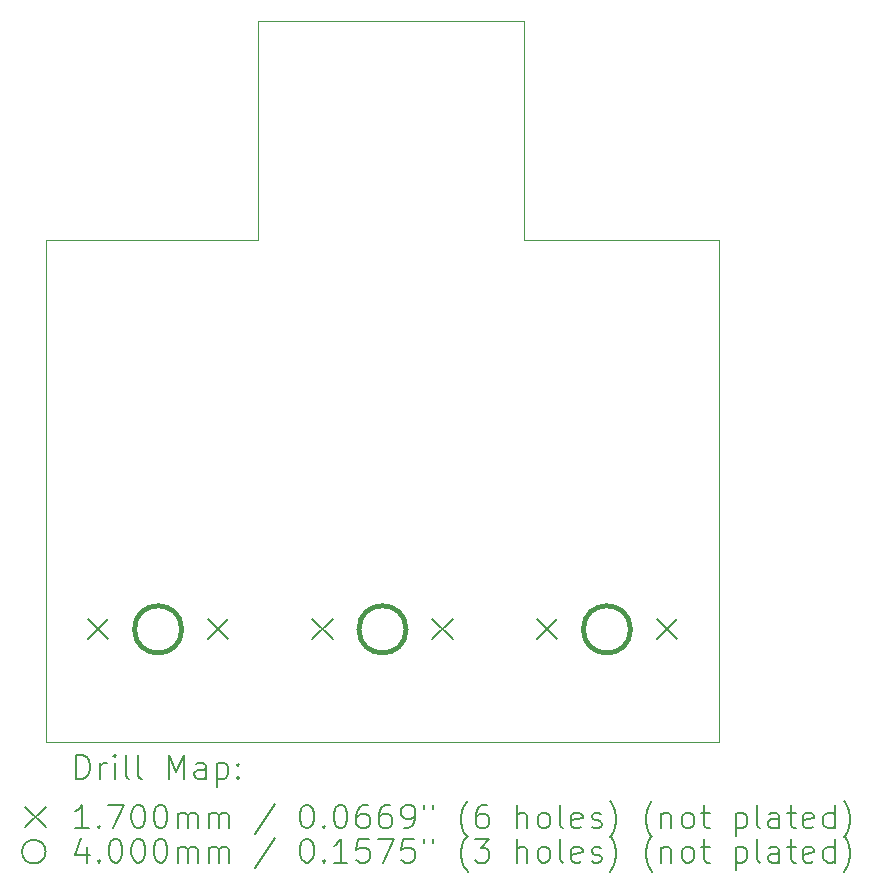
<source format=gbr>
%TF.GenerationSoftware,KiCad,Pcbnew,8.0.5*%
%TF.CreationDate,2024-10-21T21:34:44-05:00*%
%TF.ProjectId,macropad,6d616372-6f70-4616-942e-6b696361645f,rev?*%
%TF.SameCoordinates,Original*%
%TF.FileFunction,Drillmap*%
%TF.FilePolarity,Positive*%
%FSLAX45Y45*%
G04 Gerber Fmt 4.5, Leading zero omitted, Abs format (unit mm)*
G04 Created by KiCad (PCBNEW 8.0.5) date 2024-10-21 21:34:44*
%MOMM*%
%LPD*%
G01*
G04 APERTURE LIST*
%ADD10C,0.050000*%
%ADD11C,0.200000*%
%ADD12C,0.170000*%
%ADD13C,0.400000*%
G04 APERTURE END LIST*
D10*
X16850000Y-11400000D02*
X16850000Y-7150000D01*
X12950000Y-5300000D02*
X12950000Y-7150000D01*
X11150000Y-11400000D02*
X11150000Y-7150000D01*
X12950000Y-7150000D02*
X11150000Y-7150000D01*
X15200000Y-7150000D02*
X15200000Y-5300000D01*
X16850000Y-7150000D02*
X15200000Y-7150000D01*
X15200000Y-5300000D02*
X12950000Y-5300000D01*
X11150000Y-11400000D02*
X16850000Y-11400000D01*
D11*
D12*
X11507000Y-10365000D02*
X11677000Y-10535000D01*
X11677000Y-10365000D02*
X11507000Y-10535000D01*
X12523000Y-10365000D02*
X12693000Y-10535000D01*
X12693000Y-10365000D02*
X12523000Y-10535000D01*
X13407000Y-10365000D02*
X13577000Y-10535000D01*
X13577000Y-10365000D02*
X13407000Y-10535000D01*
X14423000Y-10365000D02*
X14593000Y-10535000D01*
X14593000Y-10365000D02*
X14423000Y-10535000D01*
X15307000Y-10365000D02*
X15477000Y-10535000D01*
X15477000Y-10365000D02*
X15307000Y-10535000D01*
X16323000Y-10365000D02*
X16493000Y-10535000D01*
X16493000Y-10365000D02*
X16323000Y-10535000D01*
D13*
X12300000Y-10450000D02*
G75*
G02*
X11900000Y-10450000I-200000J0D01*
G01*
X11900000Y-10450000D02*
G75*
G02*
X12300000Y-10450000I200000J0D01*
G01*
X14200000Y-10450000D02*
G75*
G02*
X13800000Y-10450000I-200000J0D01*
G01*
X13800000Y-10450000D02*
G75*
G02*
X14200000Y-10450000I200000J0D01*
G01*
X16100000Y-10450000D02*
G75*
G02*
X15700000Y-10450000I-200000J0D01*
G01*
X15700000Y-10450000D02*
G75*
G02*
X16100000Y-10450000I200000J0D01*
G01*
D11*
X11408277Y-11713984D02*
X11408277Y-11513984D01*
X11408277Y-11513984D02*
X11455896Y-11513984D01*
X11455896Y-11513984D02*
X11484467Y-11523508D01*
X11484467Y-11523508D02*
X11503515Y-11542555D01*
X11503515Y-11542555D02*
X11513039Y-11561603D01*
X11513039Y-11561603D02*
X11522562Y-11599698D01*
X11522562Y-11599698D02*
X11522562Y-11628269D01*
X11522562Y-11628269D02*
X11513039Y-11666365D01*
X11513039Y-11666365D02*
X11503515Y-11685412D01*
X11503515Y-11685412D02*
X11484467Y-11704460D01*
X11484467Y-11704460D02*
X11455896Y-11713984D01*
X11455896Y-11713984D02*
X11408277Y-11713984D01*
X11608277Y-11713984D02*
X11608277Y-11580650D01*
X11608277Y-11618746D02*
X11617801Y-11599698D01*
X11617801Y-11599698D02*
X11627324Y-11590174D01*
X11627324Y-11590174D02*
X11646372Y-11580650D01*
X11646372Y-11580650D02*
X11665420Y-11580650D01*
X11732086Y-11713984D02*
X11732086Y-11580650D01*
X11732086Y-11513984D02*
X11722562Y-11523508D01*
X11722562Y-11523508D02*
X11732086Y-11533031D01*
X11732086Y-11533031D02*
X11741610Y-11523508D01*
X11741610Y-11523508D02*
X11732086Y-11513984D01*
X11732086Y-11513984D02*
X11732086Y-11533031D01*
X11855896Y-11713984D02*
X11836848Y-11704460D01*
X11836848Y-11704460D02*
X11827324Y-11685412D01*
X11827324Y-11685412D02*
X11827324Y-11513984D01*
X11960658Y-11713984D02*
X11941610Y-11704460D01*
X11941610Y-11704460D02*
X11932086Y-11685412D01*
X11932086Y-11685412D02*
X11932086Y-11513984D01*
X12189229Y-11713984D02*
X12189229Y-11513984D01*
X12189229Y-11513984D02*
X12255896Y-11656841D01*
X12255896Y-11656841D02*
X12322562Y-11513984D01*
X12322562Y-11513984D02*
X12322562Y-11713984D01*
X12503515Y-11713984D02*
X12503515Y-11609222D01*
X12503515Y-11609222D02*
X12493991Y-11590174D01*
X12493991Y-11590174D02*
X12474943Y-11580650D01*
X12474943Y-11580650D02*
X12436848Y-11580650D01*
X12436848Y-11580650D02*
X12417801Y-11590174D01*
X12503515Y-11704460D02*
X12484467Y-11713984D01*
X12484467Y-11713984D02*
X12436848Y-11713984D01*
X12436848Y-11713984D02*
X12417801Y-11704460D01*
X12417801Y-11704460D02*
X12408277Y-11685412D01*
X12408277Y-11685412D02*
X12408277Y-11666365D01*
X12408277Y-11666365D02*
X12417801Y-11647317D01*
X12417801Y-11647317D02*
X12436848Y-11637793D01*
X12436848Y-11637793D02*
X12484467Y-11637793D01*
X12484467Y-11637793D02*
X12503515Y-11628269D01*
X12598753Y-11580650D02*
X12598753Y-11780650D01*
X12598753Y-11590174D02*
X12617801Y-11580650D01*
X12617801Y-11580650D02*
X12655896Y-11580650D01*
X12655896Y-11580650D02*
X12674943Y-11590174D01*
X12674943Y-11590174D02*
X12684467Y-11599698D01*
X12684467Y-11599698D02*
X12693991Y-11618746D01*
X12693991Y-11618746D02*
X12693991Y-11675888D01*
X12693991Y-11675888D02*
X12684467Y-11694936D01*
X12684467Y-11694936D02*
X12674943Y-11704460D01*
X12674943Y-11704460D02*
X12655896Y-11713984D01*
X12655896Y-11713984D02*
X12617801Y-11713984D01*
X12617801Y-11713984D02*
X12598753Y-11704460D01*
X12779705Y-11694936D02*
X12789229Y-11704460D01*
X12789229Y-11704460D02*
X12779705Y-11713984D01*
X12779705Y-11713984D02*
X12770182Y-11704460D01*
X12770182Y-11704460D02*
X12779705Y-11694936D01*
X12779705Y-11694936D02*
X12779705Y-11713984D01*
X12779705Y-11590174D02*
X12789229Y-11599698D01*
X12789229Y-11599698D02*
X12779705Y-11609222D01*
X12779705Y-11609222D02*
X12770182Y-11599698D01*
X12770182Y-11599698D02*
X12779705Y-11590174D01*
X12779705Y-11590174D02*
X12779705Y-11609222D01*
D12*
X10977500Y-11957500D02*
X11147500Y-12127500D01*
X11147500Y-11957500D02*
X10977500Y-12127500D01*
D11*
X11513039Y-12133984D02*
X11398753Y-12133984D01*
X11455896Y-12133984D02*
X11455896Y-11933984D01*
X11455896Y-11933984D02*
X11436848Y-11962555D01*
X11436848Y-11962555D02*
X11417801Y-11981603D01*
X11417801Y-11981603D02*
X11398753Y-11991127D01*
X11598753Y-12114936D02*
X11608277Y-12124460D01*
X11608277Y-12124460D02*
X11598753Y-12133984D01*
X11598753Y-12133984D02*
X11589229Y-12124460D01*
X11589229Y-12124460D02*
X11598753Y-12114936D01*
X11598753Y-12114936D02*
X11598753Y-12133984D01*
X11674943Y-11933984D02*
X11808277Y-11933984D01*
X11808277Y-11933984D02*
X11722562Y-12133984D01*
X11922562Y-11933984D02*
X11941610Y-11933984D01*
X11941610Y-11933984D02*
X11960658Y-11943508D01*
X11960658Y-11943508D02*
X11970182Y-11953031D01*
X11970182Y-11953031D02*
X11979705Y-11972079D01*
X11979705Y-11972079D02*
X11989229Y-12010174D01*
X11989229Y-12010174D02*
X11989229Y-12057793D01*
X11989229Y-12057793D02*
X11979705Y-12095888D01*
X11979705Y-12095888D02*
X11970182Y-12114936D01*
X11970182Y-12114936D02*
X11960658Y-12124460D01*
X11960658Y-12124460D02*
X11941610Y-12133984D01*
X11941610Y-12133984D02*
X11922562Y-12133984D01*
X11922562Y-12133984D02*
X11903515Y-12124460D01*
X11903515Y-12124460D02*
X11893991Y-12114936D01*
X11893991Y-12114936D02*
X11884467Y-12095888D01*
X11884467Y-12095888D02*
X11874943Y-12057793D01*
X11874943Y-12057793D02*
X11874943Y-12010174D01*
X11874943Y-12010174D02*
X11884467Y-11972079D01*
X11884467Y-11972079D02*
X11893991Y-11953031D01*
X11893991Y-11953031D02*
X11903515Y-11943508D01*
X11903515Y-11943508D02*
X11922562Y-11933984D01*
X12113039Y-11933984D02*
X12132086Y-11933984D01*
X12132086Y-11933984D02*
X12151134Y-11943508D01*
X12151134Y-11943508D02*
X12160658Y-11953031D01*
X12160658Y-11953031D02*
X12170182Y-11972079D01*
X12170182Y-11972079D02*
X12179705Y-12010174D01*
X12179705Y-12010174D02*
X12179705Y-12057793D01*
X12179705Y-12057793D02*
X12170182Y-12095888D01*
X12170182Y-12095888D02*
X12160658Y-12114936D01*
X12160658Y-12114936D02*
X12151134Y-12124460D01*
X12151134Y-12124460D02*
X12132086Y-12133984D01*
X12132086Y-12133984D02*
X12113039Y-12133984D01*
X12113039Y-12133984D02*
X12093991Y-12124460D01*
X12093991Y-12124460D02*
X12084467Y-12114936D01*
X12084467Y-12114936D02*
X12074943Y-12095888D01*
X12074943Y-12095888D02*
X12065420Y-12057793D01*
X12065420Y-12057793D02*
X12065420Y-12010174D01*
X12065420Y-12010174D02*
X12074943Y-11972079D01*
X12074943Y-11972079D02*
X12084467Y-11953031D01*
X12084467Y-11953031D02*
X12093991Y-11943508D01*
X12093991Y-11943508D02*
X12113039Y-11933984D01*
X12265420Y-12133984D02*
X12265420Y-12000650D01*
X12265420Y-12019698D02*
X12274943Y-12010174D01*
X12274943Y-12010174D02*
X12293991Y-12000650D01*
X12293991Y-12000650D02*
X12322563Y-12000650D01*
X12322563Y-12000650D02*
X12341610Y-12010174D01*
X12341610Y-12010174D02*
X12351134Y-12029222D01*
X12351134Y-12029222D02*
X12351134Y-12133984D01*
X12351134Y-12029222D02*
X12360658Y-12010174D01*
X12360658Y-12010174D02*
X12379705Y-12000650D01*
X12379705Y-12000650D02*
X12408277Y-12000650D01*
X12408277Y-12000650D02*
X12427324Y-12010174D01*
X12427324Y-12010174D02*
X12436848Y-12029222D01*
X12436848Y-12029222D02*
X12436848Y-12133984D01*
X12532086Y-12133984D02*
X12532086Y-12000650D01*
X12532086Y-12019698D02*
X12541610Y-12010174D01*
X12541610Y-12010174D02*
X12560658Y-12000650D01*
X12560658Y-12000650D02*
X12589229Y-12000650D01*
X12589229Y-12000650D02*
X12608277Y-12010174D01*
X12608277Y-12010174D02*
X12617801Y-12029222D01*
X12617801Y-12029222D02*
X12617801Y-12133984D01*
X12617801Y-12029222D02*
X12627324Y-12010174D01*
X12627324Y-12010174D02*
X12646372Y-12000650D01*
X12646372Y-12000650D02*
X12674943Y-12000650D01*
X12674943Y-12000650D02*
X12693991Y-12010174D01*
X12693991Y-12010174D02*
X12703515Y-12029222D01*
X12703515Y-12029222D02*
X12703515Y-12133984D01*
X13093991Y-11924460D02*
X12922563Y-12181603D01*
X13351134Y-11933984D02*
X13370182Y-11933984D01*
X13370182Y-11933984D02*
X13389229Y-11943508D01*
X13389229Y-11943508D02*
X13398753Y-11953031D01*
X13398753Y-11953031D02*
X13408277Y-11972079D01*
X13408277Y-11972079D02*
X13417801Y-12010174D01*
X13417801Y-12010174D02*
X13417801Y-12057793D01*
X13417801Y-12057793D02*
X13408277Y-12095888D01*
X13408277Y-12095888D02*
X13398753Y-12114936D01*
X13398753Y-12114936D02*
X13389229Y-12124460D01*
X13389229Y-12124460D02*
X13370182Y-12133984D01*
X13370182Y-12133984D02*
X13351134Y-12133984D01*
X13351134Y-12133984D02*
X13332086Y-12124460D01*
X13332086Y-12124460D02*
X13322563Y-12114936D01*
X13322563Y-12114936D02*
X13313039Y-12095888D01*
X13313039Y-12095888D02*
X13303515Y-12057793D01*
X13303515Y-12057793D02*
X13303515Y-12010174D01*
X13303515Y-12010174D02*
X13313039Y-11972079D01*
X13313039Y-11972079D02*
X13322563Y-11953031D01*
X13322563Y-11953031D02*
X13332086Y-11943508D01*
X13332086Y-11943508D02*
X13351134Y-11933984D01*
X13503515Y-12114936D02*
X13513039Y-12124460D01*
X13513039Y-12124460D02*
X13503515Y-12133984D01*
X13503515Y-12133984D02*
X13493991Y-12124460D01*
X13493991Y-12124460D02*
X13503515Y-12114936D01*
X13503515Y-12114936D02*
X13503515Y-12133984D01*
X13636848Y-11933984D02*
X13655896Y-11933984D01*
X13655896Y-11933984D02*
X13674944Y-11943508D01*
X13674944Y-11943508D02*
X13684467Y-11953031D01*
X13684467Y-11953031D02*
X13693991Y-11972079D01*
X13693991Y-11972079D02*
X13703515Y-12010174D01*
X13703515Y-12010174D02*
X13703515Y-12057793D01*
X13703515Y-12057793D02*
X13693991Y-12095888D01*
X13693991Y-12095888D02*
X13684467Y-12114936D01*
X13684467Y-12114936D02*
X13674944Y-12124460D01*
X13674944Y-12124460D02*
X13655896Y-12133984D01*
X13655896Y-12133984D02*
X13636848Y-12133984D01*
X13636848Y-12133984D02*
X13617801Y-12124460D01*
X13617801Y-12124460D02*
X13608277Y-12114936D01*
X13608277Y-12114936D02*
X13598753Y-12095888D01*
X13598753Y-12095888D02*
X13589229Y-12057793D01*
X13589229Y-12057793D02*
X13589229Y-12010174D01*
X13589229Y-12010174D02*
X13598753Y-11972079D01*
X13598753Y-11972079D02*
X13608277Y-11953031D01*
X13608277Y-11953031D02*
X13617801Y-11943508D01*
X13617801Y-11943508D02*
X13636848Y-11933984D01*
X13874944Y-11933984D02*
X13836848Y-11933984D01*
X13836848Y-11933984D02*
X13817801Y-11943508D01*
X13817801Y-11943508D02*
X13808277Y-11953031D01*
X13808277Y-11953031D02*
X13789229Y-11981603D01*
X13789229Y-11981603D02*
X13779706Y-12019698D01*
X13779706Y-12019698D02*
X13779706Y-12095888D01*
X13779706Y-12095888D02*
X13789229Y-12114936D01*
X13789229Y-12114936D02*
X13798753Y-12124460D01*
X13798753Y-12124460D02*
X13817801Y-12133984D01*
X13817801Y-12133984D02*
X13855896Y-12133984D01*
X13855896Y-12133984D02*
X13874944Y-12124460D01*
X13874944Y-12124460D02*
X13884467Y-12114936D01*
X13884467Y-12114936D02*
X13893991Y-12095888D01*
X13893991Y-12095888D02*
X13893991Y-12048269D01*
X13893991Y-12048269D02*
X13884467Y-12029222D01*
X13884467Y-12029222D02*
X13874944Y-12019698D01*
X13874944Y-12019698D02*
X13855896Y-12010174D01*
X13855896Y-12010174D02*
X13817801Y-12010174D01*
X13817801Y-12010174D02*
X13798753Y-12019698D01*
X13798753Y-12019698D02*
X13789229Y-12029222D01*
X13789229Y-12029222D02*
X13779706Y-12048269D01*
X14065420Y-11933984D02*
X14027325Y-11933984D01*
X14027325Y-11933984D02*
X14008277Y-11943508D01*
X14008277Y-11943508D02*
X13998753Y-11953031D01*
X13998753Y-11953031D02*
X13979706Y-11981603D01*
X13979706Y-11981603D02*
X13970182Y-12019698D01*
X13970182Y-12019698D02*
X13970182Y-12095888D01*
X13970182Y-12095888D02*
X13979706Y-12114936D01*
X13979706Y-12114936D02*
X13989229Y-12124460D01*
X13989229Y-12124460D02*
X14008277Y-12133984D01*
X14008277Y-12133984D02*
X14046372Y-12133984D01*
X14046372Y-12133984D02*
X14065420Y-12124460D01*
X14065420Y-12124460D02*
X14074944Y-12114936D01*
X14074944Y-12114936D02*
X14084467Y-12095888D01*
X14084467Y-12095888D02*
X14084467Y-12048269D01*
X14084467Y-12048269D02*
X14074944Y-12029222D01*
X14074944Y-12029222D02*
X14065420Y-12019698D01*
X14065420Y-12019698D02*
X14046372Y-12010174D01*
X14046372Y-12010174D02*
X14008277Y-12010174D01*
X14008277Y-12010174D02*
X13989229Y-12019698D01*
X13989229Y-12019698D02*
X13979706Y-12029222D01*
X13979706Y-12029222D02*
X13970182Y-12048269D01*
X14179706Y-12133984D02*
X14217801Y-12133984D01*
X14217801Y-12133984D02*
X14236848Y-12124460D01*
X14236848Y-12124460D02*
X14246372Y-12114936D01*
X14246372Y-12114936D02*
X14265420Y-12086365D01*
X14265420Y-12086365D02*
X14274944Y-12048269D01*
X14274944Y-12048269D02*
X14274944Y-11972079D01*
X14274944Y-11972079D02*
X14265420Y-11953031D01*
X14265420Y-11953031D02*
X14255896Y-11943508D01*
X14255896Y-11943508D02*
X14236848Y-11933984D01*
X14236848Y-11933984D02*
X14198753Y-11933984D01*
X14198753Y-11933984D02*
X14179706Y-11943508D01*
X14179706Y-11943508D02*
X14170182Y-11953031D01*
X14170182Y-11953031D02*
X14160658Y-11972079D01*
X14160658Y-11972079D02*
X14160658Y-12019698D01*
X14160658Y-12019698D02*
X14170182Y-12038746D01*
X14170182Y-12038746D02*
X14179706Y-12048269D01*
X14179706Y-12048269D02*
X14198753Y-12057793D01*
X14198753Y-12057793D02*
X14236848Y-12057793D01*
X14236848Y-12057793D02*
X14255896Y-12048269D01*
X14255896Y-12048269D02*
X14265420Y-12038746D01*
X14265420Y-12038746D02*
X14274944Y-12019698D01*
X14351134Y-11933984D02*
X14351134Y-11972079D01*
X14427325Y-11933984D02*
X14427325Y-11972079D01*
X14722563Y-12210174D02*
X14713039Y-12200650D01*
X14713039Y-12200650D02*
X14693991Y-12172079D01*
X14693991Y-12172079D02*
X14684468Y-12153031D01*
X14684468Y-12153031D02*
X14674944Y-12124460D01*
X14674944Y-12124460D02*
X14665420Y-12076841D01*
X14665420Y-12076841D02*
X14665420Y-12038746D01*
X14665420Y-12038746D02*
X14674944Y-11991127D01*
X14674944Y-11991127D02*
X14684468Y-11962555D01*
X14684468Y-11962555D02*
X14693991Y-11943508D01*
X14693991Y-11943508D02*
X14713039Y-11914936D01*
X14713039Y-11914936D02*
X14722563Y-11905412D01*
X14884468Y-11933984D02*
X14846372Y-11933984D01*
X14846372Y-11933984D02*
X14827325Y-11943508D01*
X14827325Y-11943508D02*
X14817801Y-11953031D01*
X14817801Y-11953031D02*
X14798753Y-11981603D01*
X14798753Y-11981603D02*
X14789229Y-12019698D01*
X14789229Y-12019698D02*
X14789229Y-12095888D01*
X14789229Y-12095888D02*
X14798753Y-12114936D01*
X14798753Y-12114936D02*
X14808277Y-12124460D01*
X14808277Y-12124460D02*
X14827325Y-12133984D01*
X14827325Y-12133984D02*
X14865420Y-12133984D01*
X14865420Y-12133984D02*
X14884468Y-12124460D01*
X14884468Y-12124460D02*
X14893991Y-12114936D01*
X14893991Y-12114936D02*
X14903515Y-12095888D01*
X14903515Y-12095888D02*
X14903515Y-12048269D01*
X14903515Y-12048269D02*
X14893991Y-12029222D01*
X14893991Y-12029222D02*
X14884468Y-12019698D01*
X14884468Y-12019698D02*
X14865420Y-12010174D01*
X14865420Y-12010174D02*
X14827325Y-12010174D01*
X14827325Y-12010174D02*
X14808277Y-12019698D01*
X14808277Y-12019698D02*
X14798753Y-12029222D01*
X14798753Y-12029222D02*
X14789229Y-12048269D01*
X15141610Y-12133984D02*
X15141610Y-11933984D01*
X15227325Y-12133984D02*
X15227325Y-12029222D01*
X15227325Y-12029222D02*
X15217801Y-12010174D01*
X15217801Y-12010174D02*
X15198753Y-12000650D01*
X15198753Y-12000650D02*
X15170182Y-12000650D01*
X15170182Y-12000650D02*
X15151134Y-12010174D01*
X15151134Y-12010174D02*
X15141610Y-12019698D01*
X15351134Y-12133984D02*
X15332087Y-12124460D01*
X15332087Y-12124460D02*
X15322563Y-12114936D01*
X15322563Y-12114936D02*
X15313039Y-12095888D01*
X15313039Y-12095888D02*
X15313039Y-12038746D01*
X15313039Y-12038746D02*
X15322563Y-12019698D01*
X15322563Y-12019698D02*
X15332087Y-12010174D01*
X15332087Y-12010174D02*
X15351134Y-12000650D01*
X15351134Y-12000650D02*
X15379706Y-12000650D01*
X15379706Y-12000650D02*
X15398753Y-12010174D01*
X15398753Y-12010174D02*
X15408277Y-12019698D01*
X15408277Y-12019698D02*
X15417801Y-12038746D01*
X15417801Y-12038746D02*
X15417801Y-12095888D01*
X15417801Y-12095888D02*
X15408277Y-12114936D01*
X15408277Y-12114936D02*
X15398753Y-12124460D01*
X15398753Y-12124460D02*
X15379706Y-12133984D01*
X15379706Y-12133984D02*
X15351134Y-12133984D01*
X15532087Y-12133984D02*
X15513039Y-12124460D01*
X15513039Y-12124460D02*
X15503515Y-12105412D01*
X15503515Y-12105412D02*
X15503515Y-11933984D01*
X15684468Y-12124460D02*
X15665420Y-12133984D01*
X15665420Y-12133984D02*
X15627325Y-12133984D01*
X15627325Y-12133984D02*
X15608277Y-12124460D01*
X15608277Y-12124460D02*
X15598753Y-12105412D01*
X15598753Y-12105412D02*
X15598753Y-12029222D01*
X15598753Y-12029222D02*
X15608277Y-12010174D01*
X15608277Y-12010174D02*
X15627325Y-12000650D01*
X15627325Y-12000650D02*
X15665420Y-12000650D01*
X15665420Y-12000650D02*
X15684468Y-12010174D01*
X15684468Y-12010174D02*
X15693991Y-12029222D01*
X15693991Y-12029222D02*
X15693991Y-12048269D01*
X15693991Y-12048269D02*
X15598753Y-12067317D01*
X15770182Y-12124460D02*
X15789230Y-12133984D01*
X15789230Y-12133984D02*
X15827325Y-12133984D01*
X15827325Y-12133984D02*
X15846372Y-12124460D01*
X15846372Y-12124460D02*
X15855896Y-12105412D01*
X15855896Y-12105412D02*
X15855896Y-12095888D01*
X15855896Y-12095888D02*
X15846372Y-12076841D01*
X15846372Y-12076841D02*
X15827325Y-12067317D01*
X15827325Y-12067317D02*
X15798753Y-12067317D01*
X15798753Y-12067317D02*
X15779706Y-12057793D01*
X15779706Y-12057793D02*
X15770182Y-12038746D01*
X15770182Y-12038746D02*
X15770182Y-12029222D01*
X15770182Y-12029222D02*
X15779706Y-12010174D01*
X15779706Y-12010174D02*
X15798753Y-12000650D01*
X15798753Y-12000650D02*
X15827325Y-12000650D01*
X15827325Y-12000650D02*
X15846372Y-12010174D01*
X15922563Y-12210174D02*
X15932087Y-12200650D01*
X15932087Y-12200650D02*
X15951134Y-12172079D01*
X15951134Y-12172079D02*
X15960658Y-12153031D01*
X15960658Y-12153031D02*
X15970182Y-12124460D01*
X15970182Y-12124460D02*
X15979706Y-12076841D01*
X15979706Y-12076841D02*
X15979706Y-12038746D01*
X15979706Y-12038746D02*
X15970182Y-11991127D01*
X15970182Y-11991127D02*
X15960658Y-11962555D01*
X15960658Y-11962555D02*
X15951134Y-11943508D01*
X15951134Y-11943508D02*
X15932087Y-11914936D01*
X15932087Y-11914936D02*
X15922563Y-11905412D01*
X16284468Y-12210174D02*
X16274944Y-12200650D01*
X16274944Y-12200650D02*
X16255896Y-12172079D01*
X16255896Y-12172079D02*
X16246372Y-12153031D01*
X16246372Y-12153031D02*
X16236849Y-12124460D01*
X16236849Y-12124460D02*
X16227325Y-12076841D01*
X16227325Y-12076841D02*
X16227325Y-12038746D01*
X16227325Y-12038746D02*
X16236849Y-11991127D01*
X16236849Y-11991127D02*
X16246372Y-11962555D01*
X16246372Y-11962555D02*
X16255896Y-11943508D01*
X16255896Y-11943508D02*
X16274944Y-11914936D01*
X16274944Y-11914936D02*
X16284468Y-11905412D01*
X16360658Y-12000650D02*
X16360658Y-12133984D01*
X16360658Y-12019698D02*
X16370182Y-12010174D01*
X16370182Y-12010174D02*
X16389230Y-12000650D01*
X16389230Y-12000650D02*
X16417801Y-12000650D01*
X16417801Y-12000650D02*
X16436849Y-12010174D01*
X16436849Y-12010174D02*
X16446372Y-12029222D01*
X16446372Y-12029222D02*
X16446372Y-12133984D01*
X16570182Y-12133984D02*
X16551134Y-12124460D01*
X16551134Y-12124460D02*
X16541611Y-12114936D01*
X16541611Y-12114936D02*
X16532087Y-12095888D01*
X16532087Y-12095888D02*
X16532087Y-12038746D01*
X16532087Y-12038746D02*
X16541611Y-12019698D01*
X16541611Y-12019698D02*
X16551134Y-12010174D01*
X16551134Y-12010174D02*
X16570182Y-12000650D01*
X16570182Y-12000650D02*
X16598753Y-12000650D01*
X16598753Y-12000650D02*
X16617801Y-12010174D01*
X16617801Y-12010174D02*
X16627325Y-12019698D01*
X16627325Y-12019698D02*
X16636849Y-12038746D01*
X16636849Y-12038746D02*
X16636849Y-12095888D01*
X16636849Y-12095888D02*
X16627325Y-12114936D01*
X16627325Y-12114936D02*
X16617801Y-12124460D01*
X16617801Y-12124460D02*
X16598753Y-12133984D01*
X16598753Y-12133984D02*
X16570182Y-12133984D01*
X16693992Y-12000650D02*
X16770182Y-12000650D01*
X16722563Y-11933984D02*
X16722563Y-12105412D01*
X16722563Y-12105412D02*
X16732087Y-12124460D01*
X16732087Y-12124460D02*
X16751134Y-12133984D01*
X16751134Y-12133984D02*
X16770182Y-12133984D01*
X16989230Y-12000650D02*
X16989230Y-12200650D01*
X16989230Y-12010174D02*
X17008277Y-12000650D01*
X17008277Y-12000650D02*
X17046373Y-12000650D01*
X17046373Y-12000650D02*
X17065420Y-12010174D01*
X17065420Y-12010174D02*
X17074944Y-12019698D01*
X17074944Y-12019698D02*
X17084468Y-12038746D01*
X17084468Y-12038746D02*
X17084468Y-12095888D01*
X17084468Y-12095888D02*
X17074944Y-12114936D01*
X17074944Y-12114936D02*
X17065420Y-12124460D01*
X17065420Y-12124460D02*
X17046373Y-12133984D01*
X17046373Y-12133984D02*
X17008277Y-12133984D01*
X17008277Y-12133984D02*
X16989230Y-12124460D01*
X17198754Y-12133984D02*
X17179706Y-12124460D01*
X17179706Y-12124460D02*
X17170182Y-12105412D01*
X17170182Y-12105412D02*
X17170182Y-11933984D01*
X17360658Y-12133984D02*
X17360658Y-12029222D01*
X17360658Y-12029222D02*
X17351135Y-12010174D01*
X17351135Y-12010174D02*
X17332087Y-12000650D01*
X17332087Y-12000650D02*
X17293992Y-12000650D01*
X17293992Y-12000650D02*
X17274944Y-12010174D01*
X17360658Y-12124460D02*
X17341611Y-12133984D01*
X17341611Y-12133984D02*
X17293992Y-12133984D01*
X17293992Y-12133984D02*
X17274944Y-12124460D01*
X17274944Y-12124460D02*
X17265420Y-12105412D01*
X17265420Y-12105412D02*
X17265420Y-12086365D01*
X17265420Y-12086365D02*
X17274944Y-12067317D01*
X17274944Y-12067317D02*
X17293992Y-12057793D01*
X17293992Y-12057793D02*
X17341611Y-12057793D01*
X17341611Y-12057793D02*
X17360658Y-12048269D01*
X17427325Y-12000650D02*
X17503515Y-12000650D01*
X17455896Y-11933984D02*
X17455896Y-12105412D01*
X17455896Y-12105412D02*
X17465420Y-12124460D01*
X17465420Y-12124460D02*
X17484468Y-12133984D01*
X17484468Y-12133984D02*
X17503515Y-12133984D01*
X17646373Y-12124460D02*
X17627325Y-12133984D01*
X17627325Y-12133984D02*
X17589230Y-12133984D01*
X17589230Y-12133984D02*
X17570182Y-12124460D01*
X17570182Y-12124460D02*
X17560658Y-12105412D01*
X17560658Y-12105412D02*
X17560658Y-12029222D01*
X17560658Y-12029222D02*
X17570182Y-12010174D01*
X17570182Y-12010174D02*
X17589230Y-12000650D01*
X17589230Y-12000650D02*
X17627325Y-12000650D01*
X17627325Y-12000650D02*
X17646373Y-12010174D01*
X17646373Y-12010174D02*
X17655896Y-12029222D01*
X17655896Y-12029222D02*
X17655896Y-12048269D01*
X17655896Y-12048269D02*
X17560658Y-12067317D01*
X17827325Y-12133984D02*
X17827325Y-11933984D01*
X17827325Y-12124460D02*
X17808277Y-12133984D01*
X17808277Y-12133984D02*
X17770182Y-12133984D01*
X17770182Y-12133984D02*
X17751135Y-12124460D01*
X17751135Y-12124460D02*
X17741611Y-12114936D01*
X17741611Y-12114936D02*
X17732087Y-12095888D01*
X17732087Y-12095888D02*
X17732087Y-12038746D01*
X17732087Y-12038746D02*
X17741611Y-12019698D01*
X17741611Y-12019698D02*
X17751135Y-12010174D01*
X17751135Y-12010174D02*
X17770182Y-12000650D01*
X17770182Y-12000650D02*
X17808277Y-12000650D01*
X17808277Y-12000650D02*
X17827325Y-12010174D01*
X17903516Y-12210174D02*
X17913039Y-12200650D01*
X17913039Y-12200650D02*
X17932087Y-12172079D01*
X17932087Y-12172079D02*
X17941611Y-12153031D01*
X17941611Y-12153031D02*
X17951135Y-12124460D01*
X17951135Y-12124460D02*
X17960658Y-12076841D01*
X17960658Y-12076841D02*
X17960658Y-12038746D01*
X17960658Y-12038746D02*
X17951135Y-11991127D01*
X17951135Y-11991127D02*
X17941611Y-11962555D01*
X17941611Y-11962555D02*
X17932087Y-11943508D01*
X17932087Y-11943508D02*
X17913039Y-11914936D01*
X17913039Y-11914936D02*
X17903516Y-11905412D01*
X11147500Y-12332500D02*
G75*
G02*
X10947500Y-12332500I-100000J0D01*
G01*
X10947500Y-12332500D02*
G75*
G02*
X11147500Y-12332500I100000J0D01*
G01*
X11493991Y-12290650D02*
X11493991Y-12423984D01*
X11446372Y-12214460D02*
X11398753Y-12357317D01*
X11398753Y-12357317D02*
X11522562Y-12357317D01*
X11598753Y-12404936D02*
X11608277Y-12414460D01*
X11608277Y-12414460D02*
X11598753Y-12423984D01*
X11598753Y-12423984D02*
X11589229Y-12414460D01*
X11589229Y-12414460D02*
X11598753Y-12404936D01*
X11598753Y-12404936D02*
X11598753Y-12423984D01*
X11732086Y-12223984D02*
X11751134Y-12223984D01*
X11751134Y-12223984D02*
X11770182Y-12233508D01*
X11770182Y-12233508D02*
X11779705Y-12243031D01*
X11779705Y-12243031D02*
X11789229Y-12262079D01*
X11789229Y-12262079D02*
X11798753Y-12300174D01*
X11798753Y-12300174D02*
X11798753Y-12347793D01*
X11798753Y-12347793D02*
X11789229Y-12385888D01*
X11789229Y-12385888D02*
X11779705Y-12404936D01*
X11779705Y-12404936D02*
X11770182Y-12414460D01*
X11770182Y-12414460D02*
X11751134Y-12423984D01*
X11751134Y-12423984D02*
X11732086Y-12423984D01*
X11732086Y-12423984D02*
X11713039Y-12414460D01*
X11713039Y-12414460D02*
X11703515Y-12404936D01*
X11703515Y-12404936D02*
X11693991Y-12385888D01*
X11693991Y-12385888D02*
X11684467Y-12347793D01*
X11684467Y-12347793D02*
X11684467Y-12300174D01*
X11684467Y-12300174D02*
X11693991Y-12262079D01*
X11693991Y-12262079D02*
X11703515Y-12243031D01*
X11703515Y-12243031D02*
X11713039Y-12233508D01*
X11713039Y-12233508D02*
X11732086Y-12223984D01*
X11922562Y-12223984D02*
X11941610Y-12223984D01*
X11941610Y-12223984D02*
X11960658Y-12233508D01*
X11960658Y-12233508D02*
X11970182Y-12243031D01*
X11970182Y-12243031D02*
X11979705Y-12262079D01*
X11979705Y-12262079D02*
X11989229Y-12300174D01*
X11989229Y-12300174D02*
X11989229Y-12347793D01*
X11989229Y-12347793D02*
X11979705Y-12385888D01*
X11979705Y-12385888D02*
X11970182Y-12404936D01*
X11970182Y-12404936D02*
X11960658Y-12414460D01*
X11960658Y-12414460D02*
X11941610Y-12423984D01*
X11941610Y-12423984D02*
X11922562Y-12423984D01*
X11922562Y-12423984D02*
X11903515Y-12414460D01*
X11903515Y-12414460D02*
X11893991Y-12404936D01*
X11893991Y-12404936D02*
X11884467Y-12385888D01*
X11884467Y-12385888D02*
X11874943Y-12347793D01*
X11874943Y-12347793D02*
X11874943Y-12300174D01*
X11874943Y-12300174D02*
X11884467Y-12262079D01*
X11884467Y-12262079D02*
X11893991Y-12243031D01*
X11893991Y-12243031D02*
X11903515Y-12233508D01*
X11903515Y-12233508D02*
X11922562Y-12223984D01*
X12113039Y-12223984D02*
X12132086Y-12223984D01*
X12132086Y-12223984D02*
X12151134Y-12233508D01*
X12151134Y-12233508D02*
X12160658Y-12243031D01*
X12160658Y-12243031D02*
X12170182Y-12262079D01*
X12170182Y-12262079D02*
X12179705Y-12300174D01*
X12179705Y-12300174D02*
X12179705Y-12347793D01*
X12179705Y-12347793D02*
X12170182Y-12385888D01*
X12170182Y-12385888D02*
X12160658Y-12404936D01*
X12160658Y-12404936D02*
X12151134Y-12414460D01*
X12151134Y-12414460D02*
X12132086Y-12423984D01*
X12132086Y-12423984D02*
X12113039Y-12423984D01*
X12113039Y-12423984D02*
X12093991Y-12414460D01*
X12093991Y-12414460D02*
X12084467Y-12404936D01*
X12084467Y-12404936D02*
X12074943Y-12385888D01*
X12074943Y-12385888D02*
X12065420Y-12347793D01*
X12065420Y-12347793D02*
X12065420Y-12300174D01*
X12065420Y-12300174D02*
X12074943Y-12262079D01*
X12074943Y-12262079D02*
X12084467Y-12243031D01*
X12084467Y-12243031D02*
X12093991Y-12233508D01*
X12093991Y-12233508D02*
X12113039Y-12223984D01*
X12265420Y-12423984D02*
X12265420Y-12290650D01*
X12265420Y-12309698D02*
X12274943Y-12300174D01*
X12274943Y-12300174D02*
X12293991Y-12290650D01*
X12293991Y-12290650D02*
X12322563Y-12290650D01*
X12322563Y-12290650D02*
X12341610Y-12300174D01*
X12341610Y-12300174D02*
X12351134Y-12319222D01*
X12351134Y-12319222D02*
X12351134Y-12423984D01*
X12351134Y-12319222D02*
X12360658Y-12300174D01*
X12360658Y-12300174D02*
X12379705Y-12290650D01*
X12379705Y-12290650D02*
X12408277Y-12290650D01*
X12408277Y-12290650D02*
X12427324Y-12300174D01*
X12427324Y-12300174D02*
X12436848Y-12319222D01*
X12436848Y-12319222D02*
X12436848Y-12423984D01*
X12532086Y-12423984D02*
X12532086Y-12290650D01*
X12532086Y-12309698D02*
X12541610Y-12300174D01*
X12541610Y-12300174D02*
X12560658Y-12290650D01*
X12560658Y-12290650D02*
X12589229Y-12290650D01*
X12589229Y-12290650D02*
X12608277Y-12300174D01*
X12608277Y-12300174D02*
X12617801Y-12319222D01*
X12617801Y-12319222D02*
X12617801Y-12423984D01*
X12617801Y-12319222D02*
X12627324Y-12300174D01*
X12627324Y-12300174D02*
X12646372Y-12290650D01*
X12646372Y-12290650D02*
X12674943Y-12290650D01*
X12674943Y-12290650D02*
X12693991Y-12300174D01*
X12693991Y-12300174D02*
X12703515Y-12319222D01*
X12703515Y-12319222D02*
X12703515Y-12423984D01*
X13093991Y-12214460D02*
X12922563Y-12471603D01*
X13351134Y-12223984D02*
X13370182Y-12223984D01*
X13370182Y-12223984D02*
X13389229Y-12233508D01*
X13389229Y-12233508D02*
X13398753Y-12243031D01*
X13398753Y-12243031D02*
X13408277Y-12262079D01*
X13408277Y-12262079D02*
X13417801Y-12300174D01*
X13417801Y-12300174D02*
X13417801Y-12347793D01*
X13417801Y-12347793D02*
X13408277Y-12385888D01*
X13408277Y-12385888D02*
X13398753Y-12404936D01*
X13398753Y-12404936D02*
X13389229Y-12414460D01*
X13389229Y-12414460D02*
X13370182Y-12423984D01*
X13370182Y-12423984D02*
X13351134Y-12423984D01*
X13351134Y-12423984D02*
X13332086Y-12414460D01*
X13332086Y-12414460D02*
X13322563Y-12404936D01*
X13322563Y-12404936D02*
X13313039Y-12385888D01*
X13313039Y-12385888D02*
X13303515Y-12347793D01*
X13303515Y-12347793D02*
X13303515Y-12300174D01*
X13303515Y-12300174D02*
X13313039Y-12262079D01*
X13313039Y-12262079D02*
X13322563Y-12243031D01*
X13322563Y-12243031D02*
X13332086Y-12233508D01*
X13332086Y-12233508D02*
X13351134Y-12223984D01*
X13503515Y-12404936D02*
X13513039Y-12414460D01*
X13513039Y-12414460D02*
X13503515Y-12423984D01*
X13503515Y-12423984D02*
X13493991Y-12414460D01*
X13493991Y-12414460D02*
X13503515Y-12404936D01*
X13503515Y-12404936D02*
X13503515Y-12423984D01*
X13703515Y-12423984D02*
X13589229Y-12423984D01*
X13646372Y-12423984D02*
X13646372Y-12223984D01*
X13646372Y-12223984D02*
X13627325Y-12252555D01*
X13627325Y-12252555D02*
X13608277Y-12271603D01*
X13608277Y-12271603D02*
X13589229Y-12281127D01*
X13884467Y-12223984D02*
X13789229Y-12223984D01*
X13789229Y-12223984D02*
X13779706Y-12319222D01*
X13779706Y-12319222D02*
X13789229Y-12309698D01*
X13789229Y-12309698D02*
X13808277Y-12300174D01*
X13808277Y-12300174D02*
X13855896Y-12300174D01*
X13855896Y-12300174D02*
X13874944Y-12309698D01*
X13874944Y-12309698D02*
X13884467Y-12319222D01*
X13884467Y-12319222D02*
X13893991Y-12338269D01*
X13893991Y-12338269D02*
X13893991Y-12385888D01*
X13893991Y-12385888D02*
X13884467Y-12404936D01*
X13884467Y-12404936D02*
X13874944Y-12414460D01*
X13874944Y-12414460D02*
X13855896Y-12423984D01*
X13855896Y-12423984D02*
X13808277Y-12423984D01*
X13808277Y-12423984D02*
X13789229Y-12414460D01*
X13789229Y-12414460D02*
X13779706Y-12404936D01*
X13960658Y-12223984D02*
X14093991Y-12223984D01*
X14093991Y-12223984D02*
X14008277Y-12423984D01*
X14265420Y-12223984D02*
X14170182Y-12223984D01*
X14170182Y-12223984D02*
X14160658Y-12319222D01*
X14160658Y-12319222D02*
X14170182Y-12309698D01*
X14170182Y-12309698D02*
X14189229Y-12300174D01*
X14189229Y-12300174D02*
X14236848Y-12300174D01*
X14236848Y-12300174D02*
X14255896Y-12309698D01*
X14255896Y-12309698D02*
X14265420Y-12319222D01*
X14265420Y-12319222D02*
X14274944Y-12338269D01*
X14274944Y-12338269D02*
X14274944Y-12385888D01*
X14274944Y-12385888D02*
X14265420Y-12404936D01*
X14265420Y-12404936D02*
X14255896Y-12414460D01*
X14255896Y-12414460D02*
X14236848Y-12423984D01*
X14236848Y-12423984D02*
X14189229Y-12423984D01*
X14189229Y-12423984D02*
X14170182Y-12414460D01*
X14170182Y-12414460D02*
X14160658Y-12404936D01*
X14351134Y-12223984D02*
X14351134Y-12262079D01*
X14427325Y-12223984D02*
X14427325Y-12262079D01*
X14722563Y-12500174D02*
X14713039Y-12490650D01*
X14713039Y-12490650D02*
X14693991Y-12462079D01*
X14693991Y-12462079D02*
X14684468Y-12443031D01*
X14684468Y-12443031D02*
X14674944Y-12414460D01*
X14674944Y-12414460D02*
X14665420Y-12366841D01*
X14665420Y-12366841D02*
X14665420Y-12328746D01*
X14665420Y-12328746D02*
X14674944Y-12281127D01*
X14674944Y-12281127D02*
X14684468Y-12252555D01*
X14684468Y-12252555D02*
X14693991Y-12233508D01*
X14693991Y-12233508D02*
X14713039Y-12204936D01*
X14713039Y-12204936D02*
X14722563Y-12195412D01*
X14779706Y-12223984D02*
X14903515Y-12223984D01*
X14903515Y-12223984D02*
X14836848Y-12300174D01*
X14836848Y-12300174D02*
X14865420Y-12300174D01*
X14865420Y-12300174D02*
X14884468Y-12309698D01*
X14884468Y-12309698D02*
X14893991Y-12319222D01*
X14893991Y-12319222D02*
X14903515Y-12338269D01*
X14903515Y-12338269D02*
X14903515Y-12385888D01*
X14903515Y-12385888D02*
X14893991Y-12404936D01*
X14893991Y-12404936D02*
X14884468Y-12414460D01*
X14884468Y-12414460D02*
X14865420Y-12423984D01*
X14865420Y-12423984D02*
X14808277Y-12423984D01*
X14808277Y-12423984D02*
X14789229Y-12414460D01*
X14789229Y-12414460D02*
X14779706Y-12404936D01*
X15141610Y-12423984D02*
X15141610Y-12223984D01*
X15227325Y-12423984D02*
X15227325Y-12319222D01*
X15227325Y-12319222D02*
X15217801Y-12300174D01*
X15217801Y-12300174D02*
X15198753Y-12290650D01*
X15198753Y-12290650D02*
X15170182Y-12290650D01*
X15170182Y-12290650D02*
X15151134Y-12300174D01*
X15151134Y-12300174D02*
X15141610Y-12309698D01*
X15351134Y-12423984D02*
X15332087Y-12414460D01*
X15332087Y-12414460D02*
X15322563Y-12404936D01*
X15322563Y-12404936D02*
X15313039Y-12385888D01*
X15313039Y-12385888D02*
X15313039Y-12328746D01*
X15313039Y-12328746D02*
X15322563Y-12309698D01*
X15322563Y-12309698D02*
X15332087Y-12300174D01*
X15332087Y-12300174D02*
X15351134Y-12290650D01*
X15351134Y-12290650D02*
X15379706Y-12290650D01*
X15379706Y-12290650D02*
X15398753Y-12300174D01*
X15398753Y-12300174D02*
X15408277Y-12309698D01*
X15408277Y-12309698D02*
X15417801Y-12328746D01*
X15417801Y-12328746D02*
X15417801Y-12385888D01*
X15417801Y-12385888D02*
X15408277Y-12404936D01*
X15408277Y-12404936D02*
X15398753Y-12414460D01*
X15398753Y-12414460D02*
X15379706Y-12423984D01*
X15379706Y-12423984D02*
X15351134Y-12423984D01*
X15532087Y-12423984D02*
X15513039Y-12414460D01*
X15513039Y-12414460D02*
X15503515Y-12395412D01*
X15503515Y-12395412D02*
X15503515Y-12223984D01*
X15684468Y-12414460D02*
X15665420Y-12423984D01*
X15665420Y-12423984D02*
X15627325Y-12423984D01*
X15627325Y-12423984D02*
X15608277Y-12414460D01*
X15608277Y-12414460D02*
X15598753Y-12395412D01*
X15598753Y-12395412D02*
X15598753Y-12319222D01*
X15598753Y-12319222D02*
X15608277Y-12300174D01*
X15608277Y-12300174D02*
X15627325Y-12290650D01*
X15627325Y-12290650D02*
X15665420Y-12290650D01*
X15665420Y-12290650D02*
X15684468Y-12300174D01*
X15684468Y-12300174D02*
X15693991Y-12319222D01*
X15693991Y-12319222D02*
X15693991Y-12338269D01*
X15693991Y-12338269D02*
X15598753Y-12357317D01*
X15770182Y-12414460D02*
X15789230Y-12423984D01*
X15789230Y-12423984D02*
X15827325Y-12423984D01*
X15827325Y-12423984D02*
X15846372Y-12414460D01*
X15846372Y-12414460D02*
X15855896Y-12395412D01*
X15855896Y-12395412D02*
X15855896Y-12385888D01*
X15855896Y-12385888D02*
X15846372Y-12366841D01*
X15846372Y-12366841D02*
X15827325Y-12357317D01*
X15827325Y-12357317D02*
X15798753Y-12357317D01*
X15798753Y-12357317D02*
X15779706Y-12347793D01*
X15779706Y-12347793D02*
X15770182Y-12328746D01*
X15770182Y-12328746D02*
X15770182Y-12319222D01*
X15770182Y-12319222D02*
X15779706Y-12300174D01*
X15779706Y-12300174D02*
X15798753Y-12290650D01*
X15798753Y-12290650D02*
X15827325Y-12290650D01*
X15827325Y-12290650D02*
X15846372Y-12300174D01*
X15922563Y-12500174D02*
X15932087Y-12490650D01*
X15932087Y-12490650D02*
X15951134Y-12462079D01*
X15951134Y-12462079D02*
X15960658Y-12443031D01*
X15960658Y-12443031D02*
X15970182Y-12414460D01*
X15970182Y-12414460D02*
X15979706Y-12366841D01*
X15979706Y-12366841D02*
X15979706Y-12328746D01*
X15979706Y-12328746D02*
X15970182Y-12281127D01*
X15970182Y-12281127D02*
X15960658Y-12252555D01*
X15960658Y-12252555D02*
X15951134Y-12233508D01*
X15951134Y-12233508D02*
X15932087Y-12204936D01*
X15932087Y-12204936D02*
X15922563Y-12195412D01*
X16284468Y-12500174D02*
X16274944Y-12490650D01*
X16274944Y-12490650D02*
X16255896Y-12462079D01*
X16255896Y-12462079D02*
X16246372Y-12443031D01*
X16246372Y-12443031D02*
X16236849Y-12414460D01*
X16236849Y-12414460D02*
X16227325Y-12366841D01*
X16227325Y-12366841D02*
X16227325Y-12328746D01*
X16227325Y-12328746D02*
X16236849Y-12281127D01*
X16236849Y-12281127D02*
X16246372Y-12252555D01*
X16246372Y-12252555D02*
X16255896Y-12233508D01*
X16255896Y-12233508D02*
X16274944Y-12204936D01*
X16274944Y-12204936D02*
X16284468Y-12195412D01*
X16360658Y-12290650D02*
X16360658Y-12423984D01*
X16360658Y-12309698D02*
X16370182Y-12300174D01*
X16370182Y-12300174D02*
X16389230Y-12290650D01*
X16389230Y-12290650D02*
X16417801Y-12290650D01*
X16417801Y-12290650D02*
X16436849Y-12300174D01*
X16436849Y-12300174D02*
X16446372Y-12319222D01*
X16446372Y-12319222D02*
X16446372Y-12423984D01*
X16570182Y-12423984D02*
X16551134Y-12414460D01*
X16551134Y-12414460D02*
X16541611Y-12404936D01*
X16541611Y-12404936D02*
X16532087Y-12385888D01*
X16532087Y-12385888D02*
X16532087Y-12328746D01*
X16532087Y-12328746D02*
X16541611Y-12309698D01*
X16541611Y-12309698D02*
X16551134Y-12300174D01*
X16551134Y-12300174D02*
X16570182Y-12290650D01*
X16570182Y-12290650D02*
X16598753Y-12290650D01*
X16598753Y-12290650D02*
X16617801Y-12300174D01*
X16617801Y-12300174D02*
X16627325Y-12309698D01*
X16627325Y-12309698D02*
X16636849Y-12328746D01*
X16636849Y-12328746D02*
X16636849Y-12385888D01*
X16636849Y-12385888D02*
X16627325Y-12404936D01*
X16627325Y-12404936D02*
X16617801Y-12414460D01*
X16617801Y-12414460D02*
X16598753Y-12423984D01*
X16598753Y-12423984D02*
X16570182Y-12423984D01*
X16693992Y-12290650D02*
X16770182Y-12290650D01*
X16722563Y-12223984D02*
X16722563Y-12395412D01*
X16722563Y-12395412D02*
X16732087Y-12414460D01*
X16732087Y-12414460D02*
X16751134Y-12423984D01*
X16751134Y-12423984D02*
X16770182Y-12423984D01*
X16989230Y-12290650D02*
X16989230Y-12490650D01*
X16989230Y-12300174D02*
X17008277Y-12290650D01*
X17008277Y-12290650D02*
X17046373Y-12290650D01*
X17046373Y-12290650D02*
X17065420Y-12300174D01*
X17065420Y-12300174D02*
X17074944Y-12309698D01*
X17074944Y-12309698D02*
X17084468Y-12328746D01*
X17084468Y-12328746D02*
X17084468Y-12385888D01*
X17084468Y-12385888D02*
X17074944Y-12404936D01*
X17074944Y-12404936D02*
X17065420Y-12414460D01*
X17065420Y-12414460D02*
X17046373Y-12423984D01*
X17046373Y-12423984D02*
X17008277Y-12423984D01*
X17008277Y-12423984D02*
X16989230Y-12414460D01*
X17198754Y-12423984D02*
X17179706Y-12414460D01*
X17179706Y-12414460D02*
X17170182Y-12395412D01*
X17170182Y-12395412D02*
X17170182Y-12223984D01*
X17360658Y-12423984D02*
X17360658Y-12319222D01*
X17360658Y-12319222D02*
X17351135Y-12300174D01*
X17351135Y-12300174D02*
X17332087Y-12290650D01*
X17332087Y-12290650D02*
X17293992Y-12290650D01*
X17293992Y-12290650D02*
X17274944Y-12300174D01*
X17360658Y-12414460D02*
X17341611Y-12423984D01*
X17341611Y-12423984D02*
X17293992Y-12423984D01*
X17293992Y-12423984D02*
X17274944Y-12414460D01*
X17274944Y-12414460D02*
X17265420Y-12395412D01*
X17265420Y-12395412D02*
X17265420Y-12376365D01*
X17265420Y-12376365D02*
X17274944Y-12357317D01*
X17274944Y-12357317D02*
X17293992Y-12347793D01*
X17293992Y-12347793D02*
X17341611Y-12347793D01*
X17341611Y-12347793D02*
X17360658Y-12338269D01*
X17427325Y-12290650D02*
X17503515Y-12290650D01*
X17455896Y-12223984D02*
X17455896Y-12395412D01*
X17455896Y-12395412D02*
X17465420Y-12414460D01*
X17465420Y-12414460D02*
X17484468Y-12423984D01*
X17484468Y-12423984D02*
X17503515Y-12423984D01*
X17646373Y-12414460D02*
X17627325Y-12423984D01*
X17627325Y-12423984D02*
X17589230Y-12423984D01*
X17589230Y-12423984D02*
X17570182Y-12414460D01*
X17570182Y-12414460D02*
X17560658Y-12395412D01*
X17560658Y-12395412D02*
X17560658Y-12319222D01*
X17560658Y-12319222D02*
X17570182Y-12300174D01*
X17570182Y-12300174D02*
X17589230Y-12290650D01*
X17589230Y-12290650D02*
X17627325Y-12290650D01*
X17627325Y-12290650D02*
X17646373Y-12300174D01*
X17646373Y-12300174D02*
X17655896Y-12319222D01*
X17655896Y-12319222D02*
X17655896Y-12338269D01*
X17655896Y-12338269D02*
X17560658Y-12357317D01*
X17827325Y-12423984D02*
X17827325Y-12223984D01*
X17827325Y-12414460D02*
X17808277Y-12423984D01*
X17808277Y-12423984D02*
X17770182Y-12423984D01*
X17770182Y-12423984D02*
X17751135Y-12414460D01*
X17751135Y-12414460D02*
X17741611Y-12404936D01*
X17741611Y-12404936D02*
X17732087Y-12385888D01*
X17732087Y-12385888D02*
X17732087Y-12328746D01*
X17732087Y-12328746D02*
X17741611Y-12309698D01*
X17741611Y-12309698D02*
X17751135Y-12300174D01*
X17751135Y-12300174D02*
X17770182Y-12290650D01*
X17770182Y-12290650D02*
X17808277Y-12290650D01*
X17808277Y-12290650D02*
X17827325Y-12300174D01*
X17903516Y-12500174D02*
X17913039Y-12490650D01*
X17913039Y-12490650D02*
X17932087Y-12462079D01*
X17932087Y-12462079D02*
X17941611Y-12443031D01*
X17941611Y-12443031D02*
X17951135Y-12414460D01*
X17951135Y-12414460D02*
X17960658Y-12366841D01*
X17960658Y-12366841D02*
X17960658Y-12328746D01*
X17960658Y-12328746D02*
X17951135Y-12281127D01*
X17951135Y-12281127D02*
X17941611Y-12252555D01*
X17941611Y-12252555D02*
X17932087Y-12233508D01*
X17932087Y-12233508D02*
X17913039Y-12204936D01*
X17913039Y-12204936D02*
X17903516Y-12195412D01*
M02*

</source>
